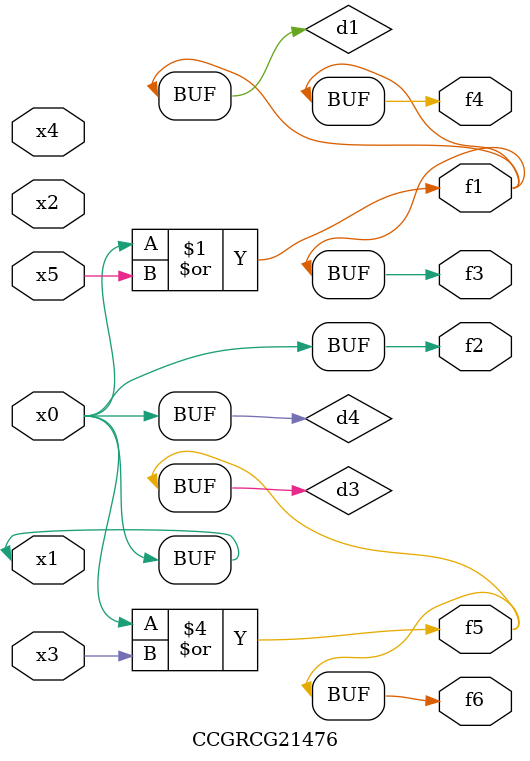
<source format=v>
module CCGRCG21476(
	input x0, x1, x2, x3, x4, x5,
	output f1, f2, f3, f4, f5, f6
);

	wire d1, d2, d3, d4;

	or (d1, x0, x5);
	xnor (d2, x1, x4);
	or (d3, x0, x3);
	buf (d4, x0, x1);
	assign f1 = d1;
	assign f2 = d4;
	assign f3 = d1;
	assign f4 = d1;
	assign f5 = d3;
	assign f6 = d3;
endmodule

</source>
